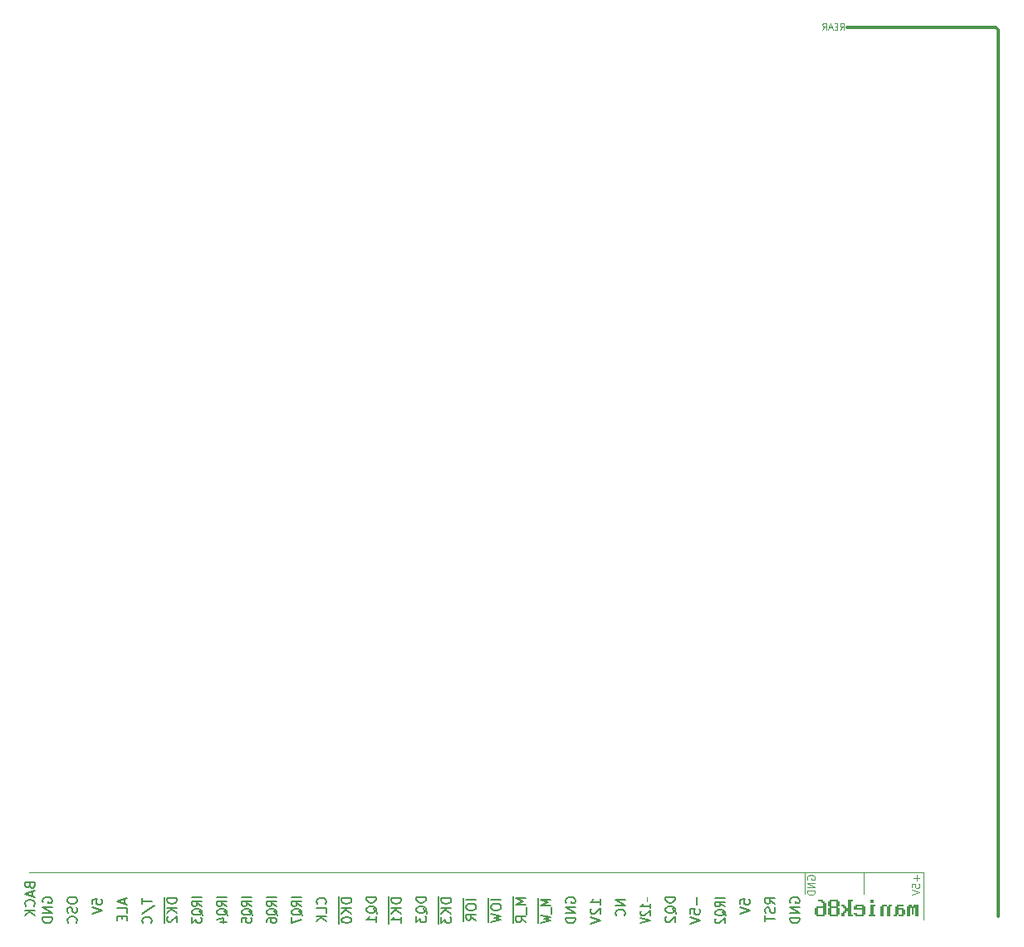
<source format=gbr>
%TF.GenerationSoftware,KiCad,Pcbnew,9.0.1+1*%
%TF.CreationDate,2025-06-01T22:03:51+02:00*%
%TF.ProjectId,isa_8bit_protoboard,6973615f-3862-4697-945f-70726f746f62,rev?*%
%TF.SameCoordinates,Original*%
%TF.FileFunction,Legend,Bot*%
%TF.FilePolarity,Positive*%
%FSLAX46Y46*%
G04 Gerber Fmt 4.6, Leading zero omitted, Abs format (unit mm)*
G04 Created by KiCad (PCBNEW 9.0.1+1) date 2025-06-01 22:03:51*
%MOMM*%
%LPD*%
G01*
G04 APERTURE LIST*
%ADD10C,0.120000*%
%ADD11C,0.150000*%
%ADD12C,0.110000*%
%ADD13C,0.300000*%
G04 APERTURE END LIST*
D10*
X176276000Y-129159000D02*
X97282000Y-129159000D01*
D11*
G36*
X187960000Y-133645000D02*
G01*
X187960000Y-132420854D01*
X187457226Y-132420854D01*
X187457226Y-132595732D01*
X187290243Y-132595732D01*
X187290243Y-132420854D01*
X186954452Y-132420854D01*
X186954452Y-132595732D01*
X186787469Y-132595732D01*
X186787469Y-133645000D01*
X187121434Y-133645000D01*
X187121434Y-132770610D01*
X187290243Y-132770610D01*
X187290243Y-133470122D01*
X187457226Y-133470122D01*
X187457226Y-132770610D01*
X187624208Y-132770610D01*
X187624208Y-133645000D01*
X187960000Y-133645000D01*
G37*
G36*
X186620767Y-133470122D02*
G01*
X186620767Y-132945488D01*
X186453784Y-132945488D01*
X186453784Y-132770610D01*
X185951010Y-132770610D01*
X185951010Y-132595732D01*
X186453784Y-132595732D01*
X186453784Y-132420854D01*
X185782202Y-132420854D01*
X185782202Y-132595732D01*
X185615219Y-132595732D01*
X185615219Y-133470122D01*
X185448237Y-133470122D01*
X185448237Y-133645000D01*
X185782202Y-133645000D01*
X185782202Y-133470122D01*
X185951010Y-133470122D01*
X185951010Y-132945488D01*
X186284976Y-132945488D01*
X186284976Y-133470122D01*
X185951010Y-133470122D01*
X185951010Y-133645000D01*
X186453784Y-133645000D01*
X186453784Y-133470122D01*
X186620767Y-133470122D01*
G37*
G36*
X185281535Y-132595732D02*
G01*
X185281535Y-132420854D01*
X184945744Y-132420854D01*
X184945744Y-132595732D01*
X184778761Y-132595732D01*
X184778761Y-133645000D01*
X185114552Y-133645000D01*
X185114552Y-132595732D01*
X185281535Y-132595732D01*
G37*
G36*
X184778761Y-132595732D02*
G01*
X184778761Y-132420854D01*
X184275987Y-132420854D01*
X184275987Y-132595732D01*
X184109004Y-132595732D01*
X184109004Y-133645000D01*
X184442970Y-133645000D01*
X184442970Y-132595732D01*
X184778761Y-132595732D01*
G37*
G36*
X183606511Y-133645000D02*
G01*
X183606511Y-133470122D01*
X183439528Y-133470122D01*
X183439528Y-132595732D01*
X183606511Y-132595732D01*
X183606511Y-132420854D01*
X183103737Y-132420854D01*
X183103737Y-133470122D01*
X182936755Y-133470122D01*
X182936755Y-133645000D01*
X183606511Y-133645000D01*
G37*
G36*
X183439528Y-131896221D02*
G01*
X183103737Y-131896221D01*
X183103737Y-132245976D01*
X183439528Y-132245976D01*
X183439528Y-131896221D01*
G37*
G36*
X182436087Y-132595732D02*
G01*
X182603070Y-132595732D01*
X182603070Y-133470122D01*
X182436087Y-133470122D01*
X182436087Y-133645000D01*
X181597522Y-133645000D01*
X181597522Y-133470122D01*
X181430539Y-133470122D01*
X181430539Y-133295244D01*
X181764505Y-133295244D01*
X181764505Y-133470122D01*
X182267279Y-133470122D01*
X182267279Y-132945488D01*
X181430539Y-132945488D01*
X181430539Y-132770610D01*
X181764505Y-132770610D01*
X182267279Y-132770610D01*
X182267279Y-132595732D01*
X181764505Y-132595732D01*
X181764505Y-132770610D01*
X181430539Y-132770610D01*
X181430539Y-132595732D01*
X181597522Y-132595732D01*
X181597522Y-132420854D01*
X182436087Y-132420854D01*
X182436087Y-132595732D01*
G37*
G36*
X181263838Y-133645000D02*
G01*
X181263838Y-133470122D01*
X181096855Y-133470122D01*
X181096855Y-132071099D01*
X181263838Y-132071099D01*
X181263838Y-131896221D01*
X180761064Y-131896221D01*
X180761064Y-132770610D01*
X180594081Y-132770610D01*
X180594081Y-132595732D01*
X180425273Y-132595732D01*
X180425273Y-132420854D01*
X180091307Y-132420854D01*
X180091307Y-132595732D01*
X180258290Y-132595732D01*
X180258290Y-132770610D01*
X180425273Y-132770610D01*
X180425273Y-133120366D01*
X180258290Y-133120366D01*
X180258290Y-133295244D01*
X180091307Y-133295244D01*
X180091307Y-133645000D01*
X180425273Y-133645000D01*
X180425273Y-133295244D01*
X180594081Y-133295244D01*
X180594081Y-133120366D01*
X180761064Y-133120366D01*
X180761064Y-133645000D01*
X181263838Y-133645000D01*
G37*
G36*
X179757622Y-132071099D02*
G01*
X179924605Y-132071099D01*
X179924605Y-132595732D01*
X179757622Y-132595732D01*
X179757622Y-132770610D01*
X179924605Y-132770610D01*
X179924605Y-133470122D01*
X179757622Y-133470122D01*
X179757622Y-133645000D01*
X178919057Y-133645000D01*
X178919057Y-133470122D01*
X179086040Y-133470122D01*
X179588814Y-133470122D01*
X179588814Y-132770610D01*
X179086040Y-132770610D01*
X179086040Y-133470122D01*
X178919057Y-133470122D01*
X178752075Y-133470122D01*
X178752075Y-132770610D01*
X178919057Y-132770610D01*
X178919057Y-132595732D01*
X179086040Y-132595732D01*
X179588814Y-132595732D01*
X179588814Y-132071099D01*
X179086040Y-132071099D01*
X179086040Y-132595732D01*
X178919057Y-132595732D01*
X178752075Y-132595732D01*
X178752075Y-132071099D01*
X178919057Y-132071099D01*
X178919057Y-131896221D01*
X179757622Y-131896221D01*
X179757622Y-132071099D01*
G37*
G36*
X178249582Y-132071099D02*
G01*
X178418390Y-132071099D01*
X178418390Y-132245976D01*
X178585373Y-132245976D01*
X178585373Y-133470122D01*
X178418390Y-133470122D01*
X178418390Y-133645000D01*
X177579825Y-133645000D01*
X177579825Y-133470122D01*
X177746808Y-133470122D01*
X178249582Y-133470122D01*
X178249582Y-132770610D01*
X177746808Y-132770610D01*
X177746808Y-133470122D01*
X177579825Y-133470122D01*
X177412842Y-133470122D01*
X177412842Y-132770610D01*
X177579825Y-132770610D01*
X177579825Y-132595732D01*
X178249582Y-132595732D01*
X178249582Y-132245976D01*
X178082599Y-132245976D01*
X178082599Y-132071099D01*
X177746808Y-132071099D01*
X177746808Y-131896221D01*
X178249582Y-131896221D01*
X178249582Y-132071099D01*
G37*
D10*
X188468000Y-129159000D02*
X176276000Y-129159000D01*
D12*
X187805613Y-129409939D02*
X187805613Y-129981368D01*
X188110375Y-129695653D02*
X187500851Y-129695653D01*
X187310375Y-130695653D02*
X187310375Y-130338510D01*
X187310375Y-130338510D02*
X187691327Y-130302796D01*
X187691327Y-130302796D02*
X187653232Y-130338510D01*
X187653232Y-130338510D02*
X187615137Y-130409939D01*
X187615137Y-130409939D02*
X187615137Y-130588510D01*
X187615137Y-130588510D02*
X187653232Y-130659939D01*
X187653232Y-130659939D02*
X187691327Y-130695653D01*
X187691327Y-130695653D02*
X187767518Y-130731367D01*
X187767518Y-130731367D02*
X187957994Y-130731367D01*
X187957994Y-130731367D02*
X188034184Y-130695653D01*
X188034184Y-130695653D02*
X188072280Y-130659939D01*
X188072280Y-130659939D02*
X188110375Y-130588510D01*
X188110375Y-130588510D02*
X188110375Y-130409939D01*
X188110375Y-130409939D02*
X188072280Y-130338510D01*
X188072280Y-130338510D02*
X188034184Y-130302796D01*
X187310375Y-130945653D02*
X188110375Y-131195653D01*
X188110375Y-131195653D02*
X187310375Y-131445653D01*
D13*
X195834000Y-42926000D02*
X196088000Y-43180000D01*
X196088000Y-133604000D02*
X196088000Y-43180000D01*
D10*
X176403000Y-129159000D02*
X176403000Y-129794000D01*
X176403000Y-131318000D02*
X176403000Y-129794000D01*
X182372000Y-131318000D02*
X182372000Y-129794000D01*
X182372000Y-129794000D02*
X182372000Y-129159000D01*
X188468000Y-133985000D02*
X188468000Y-129794000D01*
D13*
X180721000Y-42926000D02*
X195834000Y-42926000D01*
D10*
X188468000Y-129794000D02*
X188468000Y-129159000D01*
X160274000Y-132080000D02*
X160274000Y-131699000D01*
D11*
X160651819Y-132788207D02*
X160651819Y-132331064D01*
X160651819Y-132559636D02*
X159651819Y-132559636D01*
X159651819Y-132559636D02*
X159794676Y-132483445D01*
X159794676Y-132483445D02*
X159889914Y-132407255D01*
X159889914Y-132407255D02*
X159937533Y-132331064D01*
X159747057Y-133092969D02*
X159699438Y-133131065D01*
X159699438Y-133131065D02*
X159651819Y-133207255D01*
X159651819Y-133207255D02*
X159651819Y-133397731D01*
X159651819Y-133397731D02*
X159699438Y-133473922D01*
X159699438Y-133473922D02*
X159747057Y-133512017D01*
X159747057Y-133512017D02*
X159842295Y-133550112D01*
X159842295Y-133550112D02*
X159937533Y-133550112D01*
X159937533Y-133550112D02*
X160080390Y-133512017D01*
X160080390Y-133512017D02*
X160651819Y-133054874D01*
X160651819Y-133054874D02*
X160651819Y-133550112D01*
X159651819Y-133778684D02*
X160651819Y-134045351D01*
X160651819Y-134045351D02*
X159651819Y-134312017D01*
X168271819Y-131746064D02*
X167271819Y-131746064D01*
X168271819Y-132636541D02*
X167795628Y-132353207D01*
X168271819Y-132150826D02*
X167271819Y-132150826D01*
X167271819Y-132150826D02*
X167271819Y-132474636D01*
X167271819Y-132474636D02*
X167319438Y-132555588D01*
X167319438Y-132555588D02*
X167367057Y-132596065D01*
X167367057Y-132596065D02*
X167462295Y-132636541D01*
X167462295Y-132636541D02*
X167605152Y-132636541D01*
X167605152Y-132636541D02*
X167700390Y-132596065D01*
X167700390Y-132596065D02*
X167748009Y-132555588D01*
X167748009Y-132555588D02*
X167795628Y-132474636D01*
X167795628Y-132474636D02*
X167795628Y-132150826D01*
X168367057Y-133567493D02*
X168319438Y-133486541D01*
X168319438Y-133486541D02*
X168224200Y-133405588D01*
X168224200Y-133405588D02*
X168081342Y-133284160D01*
X168081342Y-133284160D02*
X168033723Y-133203207D01*
X168033723Y-133203207D02*
X168033723Y-133122255D01*
X168271819Y-133162731D02*
X168224200Y-133081779D01*
X168224200Y-133081779D02*
X168128961Y-133000826D01*
X168128961Y-133000826D02*
X167938485Y-132960350D01*
X167938485Y-132960350D02*
X167605152Y-132960350D01*
X167605152Y-132960350D02*
X167414676Y-133000826D01*
X167414676Y-133000826D02*
X167319438Y-133081779D01*
X167319438Y-133081779D02*
X167271819Y-133162731D01*
X167271819Y-133162731D02*
X167271819Y-133324636D01*
X167271819Y-133324636D02*
X167319438Y-133405588D01*
X167319438Y-133405588D02*
X167414676Y-133486541D01*
X167414676Y-133486541D02*
X167605152Y-133527017D01*
X167605152Y-133527017D02*
X167938485Y-133527017D01*
X167938485Y-133527017D02*
X168128961Y-133486541D01*
X168128961Y-133486541D02*
X168224200Y-133405588D01*
X168224200Y-133405588D02*
X168271819Y-133324636D01*
X168271819Y-133324636D02*
X168271819Y-133162731D01*
X167367057Y-133850826D02*
X167319438Y-133891302D01*
X167319438Y-133891302D02*
X167271819Y-133972255D01*
X167271819Y-133972255D02*
X167271819Y-134174636D01*
X167271819Y-134174636D02*
X167319438Y-134255588D01*
X167319438Y-134255588D02*
X167367057Y-134296064D01*
X167367057Y-134296064D02*
X167462295Y-134336541D01*
X167462295Y-134336541D02*
X167557533Y-134336541D01*
X167557533Y-134336541D02*
X167700390Y-134296064D01*
X167700390Y-134296064D02*
X168271819Y-133810350D01*
X168271819Y-133810350D02*
X168271819Y-134336541D01*
X117471819Y-131673230D02*
X116471819Y-131673230D01*
X117471819Y-132563707D02*
X116995628Y-132280373D01*
X117471819Y-132077992D02*
X116471819Y-132077992D01*
X116471819Y-132077992D02*
X116471819Y-132401802D01*
X116471819Y-132401802D02*
X116519438Y-132482754D01*
X116519438Y-132482754D02*
X116567057Y-132523231D01*
X116567057Y-132523231D02*
X116662295Y-132563707D01*
X116662295Y-132563707D02*
X116805152Y-132563707D01*
X116805152Y-132563707D02*
X116900390Y-132523231D01*
X116900390Y-132523231D02*
X116948009Y-132482754D01*
X116948009Y-132482754D02*
X116995628Y-132401802D01*
X116995628Y-132401802D02*
X116995628Y-132077992D01*
X117567057Y-133494659D02*
X117519438Y-133413707D01*
X117519438Y-133413707D02*
X117424200Y-133332754D01*
X117424200Y-133332754D02*
X117281342Y-133211326D01*
X117281342Y-133211326D02*
X117233723Y-133130373D01*
X117233723Y-133130373D02*
X117233723Y-133049421D01*
X117471819Y-133089897D02*
X117424200Y-133008945D01*
X117424200Y-133008945D02*
X117328961Y-132927992D01*
X117328961Y-132927992D02*
X117138485Y-132887516D01*
X117138485Y-132887516D02*
X116805152Y-132887516D01*
X116805152Y-132887516D02*
X116614676Y-132927992D01*
X116614676Y-132927992D02*
X116519438Y-133008945D01*
X116519438Y-133008945D02*
X116471819Y-133089897D01*
X116471819Y-133089897D02*
X116471819Y-133251802D01*
X116471819Y-133251802D02*
X116519438Y-133332754D01*
X116519438Y-133332754D02*
X116614676Y-133413707D01*
X116614676Y-133413707D02*
X116805152Y-133454183D01*
X116805152Y-133454183D02*
X117138485Y-133454183D01*
X117138485Y-133454183D02*
X117328961Y-133413707D01*
X117328961Y-133413707D02*
X117424200Y-133332754D01*
X117424200Y-133332754D02*
X117471819Y-133251802D01*
X117471819Y-133251802D02*
X117471819Y-133089897D01*
X116805152Y-134182754D02*
X117471819Y-134182754D01*
X116424200Y-133980373D02*
X117138485Y-133777992D01*
X117138485Y-133777992D02*
X117138485Y-134304183D01*
X147962927Y-131748753D02*
X146962927Y-131748753D01*
X146962927Y-131748753D02*
X147677212Y-132082086D01*
X147677212Y-132082086D02*
X146962927Y-132415419D01*
X146962927Y-132415419D02*
X147962927Y-132415419D01*
X148058165Y-132653515D02*
X148058165Y-133415419D01*
X147962927Y-134224943D02*
X147486736Y-133891610D01*
X147962927Y-133653515D02*
X146962927Y-133653515D01*
X146962927Y-133653515D02*
X146962927Y-134034467D01*
X146962927Y-134034467D02*
X147010546Y-134129705D01*
X147010546Y-134129705D02*
X147058165Y-134177324D01*
X147058165Y-134177324D02*
X147153403Y-134224943D01*
X147153403Y-134224943D02*
X147296260Y-134224943D01*
X147296260Y-134224943D02*
X147391498Y-134177324D01*
X147391498Y-134177324D02*
X147439117Y-134129705D01*
X147439117Y-134129705D02*
X147486736Y-134034467D01*
X147486736Y-134034467D02*
X147486736Y-133653515D01*
X146685308Y-131610658D02*
X146685308Y-134315420D01*
X132711819Y-131654779D02*
X131711819Y-131654779D01*
X131711819Y-131654779D02*
X131711819Y-131892874D01*
X131711819Y-131892874D02*
X131759438Y-132035731D01*
X131759438Y-132035731D02*
X131854676Y-132130969D01*
X131854676Y-132130969D02*
X131949914Y-132178588D01*
X131949914Y-132178588D02*
X132140390Y-132226207D01*
X132140390Y-132226207D02*
X132283247Y-132226207D01*
X132283247Y-132226207D02*
X132473723Y-132178588D01*
X132473723Y-132178588D02*
X132568961Y-132130969D01*
X132568961Y-132130969D02*
X132664200Y-132035731D01*
X132664200Y-132035731D02*
X132711819Y-131892874D01*
X132711819Y-131892874D02*
X132711819Y-131654779D01*
X132807057Y-133321445D02*
X132759438Y-133226207D01*
X132759438Y-133226207D02*
X132664200Y-133130969D01*
X132664200Y-133130969D02*
X132521342Y-132988112D01*
X132521342Y-132988112D02*
X132473723Y-132892874D01*
X132473723Y-132892874D02*
X132473723Y-132797636D01*
X132711819Y-132845255D02*
X132664200Y-132750017D01*
X132664200Y-132750017D02*
X132568961Y-132654779D01*
X132568961Y-132654779D02*
X132378485Y-132607160D01*
X132378485Y-132607160D02*
X132045152Y-132607160D01*
X132045152Y-132607160D02*
X131854676Y-132654779D01*
X131854676Y-132654779D02*
X131759438Y-132750017D01*
X131759438Y-132750017D02*
X131711819Y-132845255D01*
X131711819Y-132845255D02*
X131711819Y-133035731D01*
X131711819Y-133035731D02*
X131759438Y-133130969D01*
X131759438Y-133130969D02*
X131854676Y-133226207D01*
X131854676Y-133226207D02*
X132045152Y-133273826D01*
X132045152Y-133273826D02*
X132378485Y-133273826D01*
X132378485Y-133273826D02*
X132568961Y-133226207D01*
X132568961Y-133226207D02*
X132664200Y-133130969D01*
X132664200Y-133130969D02*
X132711819Y-133035731D01*
X132711819Y-133035731D02*
X132711819Y-132845255D01*
X132711819Y-134226207D02*
X132711819Y-133654779D01*
X132711819Y-133940493D02*
X131711819Y-133940493D01*
X131711819Y-133940493D02*
X131854676Y-133845255D01*
X131854676Y-133845255D02*
X131949914Y-133750017D01*
X131949914Y-133750017D02*
X131997533Y-133654779D01*
X174940013Y-132232013D02*
X174892394Y-132136775D01*
X174892394Y-132136775D02*
X174892394Y-131993918D01*
X174892394Y-131993918D02*
X174940013Y-131851061D01*
X174940013Y-131851061D02*
X175035251Y-131755823D01*
X175035251Y-131755823D02*
X175130489Y-131708204D01*
X175130489Y-131708204D02*
X175320965Y-131660585D01*
X175320965Y-131660585D02*
X175463822Y-131660585D01*
X175463822Y-131660585D02*
X175654298Y-131708204D01*
X175654298Y-131708204D02*
X175749536Y-131755823D01*
X175749536Y-131755823D02*
X175844775Y-131851061D01*
X175844775Y-131851061D02*
X175892394Y-131993918D01*
X175892394Y-131993918D02*
X175892394Y-132089156D01*
X175892394Y-132089156D02*
X175844775Y-132232013D01*
X175844775Y-132232013D02*
X175797155Y-132279632D01*
X175797155Y-132279632D02*
X175463822Y-132279632D01*
X175463822Y-132279632D02*
X175463822Y-132089156D01*
X175892394Y-132708204D02*
X174892394Y-132708204D01*
X174892394Y-132708204D02*
X175892394Y-133279632D01*
X175892394Y-133279632D02*
X174892394Y-133279632D01*
X175892394Y-133755823D02*
X174892394Y-133755823D01*
X174892394Y-133755823D02*
X174892394Y-133993918D01*
X174892394Y-133993918D02*
X174940013Y-134136775D01*
X174940013Y-134136775D02*
X175035251Y-134232013D01*
X175035251Y-134232013D02*
X175130489Y-134279632D01*
X175130489Y-134279632D02*
X175320965Y-134327251D01*
X175320965Y-134327251D02*
X175463822Y-134327251D01*
X175463822Y-134327251D02*
X175654298Y-134279632D01*
X175654298Y-134279632D02*
X175749536Y-134232013D01*
X175749536Y-134232013D02*
X175844775Y-134136775D01*
X175844775Y-134136775D02*
X175892394Y-133993918D01*
X175892394Y-133993918D02*
X175892394Y-133755823D01*
X140342333Y-131759862D02*
X139342333Y-131759862D01*
X139342333Y-131759862D02*
X139342333Y-131997957D01*
X139342333Y-131997957D02*
X139389952Y-132140814D01*
X139389952Y-132140814D02*
X139485190Y-132236052D01*
X139485190Y-132236052D02*
X139580428Y-132283671D01*
X139580428Y-132283671D02*
X139770904Y-132331290D01*
X139770904Y-132331290D02*
X139913761Y-132331290D01*
X139913761Y-132331290D02*
X140104237Y-132283671D01*
X140104237Y-132283671D02*
X140199475Y-132236052D01*
X140199475Y-132236052D02*
X140294714Y-132140814D01*
X140294714Y-132140814D02*
X140342333Y-131997957D01*
X140342333Y-131997957D02*
X140342333Y-131759862D01*
X140342333Y-132759862D02*
X139342333Y-132759862D01*
X140342333Y-133331290D02*
X139770904Y-132902719D01*
X139342333Y-133331290D02*
X139913761Y-132759862D01*
X139342333Y-133664624D02*
X139342333Y-134283671D01*
X139342333Y-134283671D02*
X139723285Y-133950338D01*
X139723285Y-133950338D02*
X139723285Y-134093195D01*
X139723285Y-134093195D02*
X139770904Y-134188433D01*
X139770904Y-134188433D02*
X139818523Y-134236052D01*
X139818523Y-134236052D02*
X139913761Y-134283671D01*
X139913761Y-134283671D02*
X140151856Y-134283671D01*
X140151856Y-134283671D02*
X140247094Y-134236052D01*
X140247094Y-134236052D02*
X140294714Y-134188433D01*
X140294714Y-134188433D02*
X140342333Y-134093195D01*
X140342333Y-134093195D02*
X140342333Y-133807481D01*
X140342333Y-133807481D02*
X140294714Y-133712243D01*
X140294714Y-133712243D02*
X140247094Y-133664624D01*
X139064714Y-131621767D02*
X139064714Y-134374148D01*
X155571819Y-132432588D02*
X155571819Y-131861160D01*
X155571819Y-132146874D02*
X154571819Y-132146874D01*
X154571819Y-132146874D02*
X154714676Y-132051636D01*
X154714676Y-132051636D02*
X154809914Y-131956398D01*
X154809914Y-131956398D02*
X154857533Y-131861160D01*
X154667057Y-132813541D02*
X154619438Y-132861160D01*
X154619438Y-132861160D02*
X154571819Y-132956398D01*
X154571819Y-132956398D02*
X154571819Y-133194493D01*
X154571819Y-133194493D02*
X154619438Y-133289731D01*
X154619438Y-133289731D02*
X154667057Y-133337350D01*
X154667057Y-133337350D02*
X154762295Y-133384969D01*
X154762295Y-133384969D02*
X154857533Y-133384969D01*
X154857533Y-133384969D02*
X155000390Y-133337350D01*
X155000390Y-133337350D02*
X155571819Y-132765922D01*
X155571819Y-132765922D02*
X155571819Y-133384969D01*
X154571819Y-133670684D02*
X155571819Y-134004017D01*
X155571819Y-134004017D02*
X154571819Y-134337350D01*
X152079438Y-132232013D02*
X152031819Y-132136775D01*
X152031819Y-132136775D02*
X152031819Y-131993918D01*
X152031819Y-131993918D02*
X152079438Y-131851061D01*
X152079438Y-131851061D02*
X152174676Y-131755823D01*
X152174676Y-131755823D02*
X152269914Y-131708204D01*
X152269914Y-131708204D02*
X152460390Y-131660585D01*
X152460390Y-131660585D02*
X152603247Y-131660585D01*
X152603247Y-131660585D02*
X152793723Y-131708204D01*
X152793723Y-131708204D02*
X152888961Y-131755823D01*
X152888961Y-131755823D02*
X152984200Y-131851061D01*
X152984200Y-131851061D02*
X153031819Y-131993918D01*
X153031819Y-131993918D02*
X153031819Y-132089156D01*
X153031819Y-132089156D02*
X152984200Y-132232013D01*
X152984200Y-132232013D02*
X152936580Y-132279632D01*
X152936580Y-132279632D02*
X152603247Y-132279632D01*
X152603247Y-132279632D02*
X152603247Y-132089156D01*
X153031819Y-132708204D02*
X152031819Y-132708204D01*
X152031819Y-132708204D02*
X153031819Y-133279632D01*
X153031819Y-133279632D02*
X152031819Y-133279632D01*
X153031819Y-133755823D02*
X152031819Y-133755823D01*
X152031819Y-133755823D02*
X152031819Y-133993918D01*
X152031819Y-133993918D02*
X152079438Y-134136775D01*
X152079438Y-134136775D02*
X152174676Y-134232013D01*
X152174676Y-134232013D02*
X152269914Y-134279632D01*
X152269914Y-134279632D02*
X152460390Y-134327251D01*
X152460390Y-134327251D02*
X152603247Y-134327251D01*
X152603247Y-134327251D02*
X152793723Y-134279632D01*
X152793723Y-134279632D02*
X152888961Y-134232013D01*
X152888961Y-134232013D02*
X152984200Y-134136775D01*
X152984200Y-134136775D02*
X153031819Y-133993918D01*
X153031819Y-133993918D02*
X153031819Y-133755823D01*
X127531898Y-132340779D02*
X127579518Y-132293160D01*
X127579518Y-132293160D02*
X127627137Y-132150303D01*
X127627137Y-132150303D02*
X127627137Y-132055065D01*
X127627137Y-132055065D02*
X127579518Y-131912208D01*
X127579518Y-131912208D02*
X127484279Y-131816970D01*
X127484279Y-131816970D02*
X127389041Y-131769351D01*
X127389041Y-131769351D02*
X127198565Y-131721732D01*
X127198565Y-131721732D02*
X127055708Y-131721732D01*
X127055708Y-131721732D02*
X126865232Y-131769351D01*
X126865232Y-131769351D02*
X126769994Y-131816970D01*
X126769994Y-131816970D02*
X126674756Y-131912208D01*
X126674756Y-131912208D02*
X126627137Y-132055065D01*
X126627137Y-132055065D02*
X126627137Y-132150303D01*
X126627137Y-132150303D02*
X126674756Y-132293160D01*
X126674756Y-132293160D02*
X126722375Y-132340779D01*
X127627137Y-133245541D02*
X127627137Y-132769351D01*
X127627137Y-132769351D02*
X126627137Y-132769351D01*
X127627137Y-133578875D02*
X126627137Y-133578875D01*
X127627137Y-134150303D02*
X127055708Y-133721732D01*
X126627137Y-134150303D02*
X127198565Y-133578875D01*
X150491819Y-131884969D02*
X149491819Y-131884969D01*
X149491819Y-131884969D02*
X150206104Y-132184969D01*
X150206104Y-132184969D02*
X149491819Y-132484969D01*
X149491819Y-132484969D02*
X150491819Y-132484969D01*
X150587057Y-132699255D02*
X150587057Y-133384969D01*
X149491819Y-133513540D02*
X150491819Y-133727826D01*
X150491819Y-133727826D02*
X149777533Y-133899254D01*
X149777533Y-133899254D02*
X150491819Y-134070683D01*
X150491819Y-134070683D02*
X149491819Y-134284969D01*
X149214200Y-131760684D02*
X149214200Y-134323540D01*
X158111819Y-131908779D02*
X157111819Y-131908779D01*
X157111819Y-131908779D02*
X158111819Y-132480207D01*
X158111819Y-132480207D02*
X157111819Y-132480207D01*
X158016580Y-133527826D02*
X158064200Y-133480207D01*
X158064200Y-133480207D02*
X158111819Y-133337350D01*
X158111819Y-133337350D02*
X158111819Y-133242112D01*
X158111819Y-133242112D02*
X158064200Y-133099255D01*
X158064200Y-133099255D02*
X157968961Y-133004017D01*
X157968961Y-133004017D02*
X157873723Y-132956398D01*
X157873723Y-132956398D02*
X157683247Y-132908779D01*
X157683247Y-132908779D02*
X157540390Y-132908779D01*
X157540390Y-132908779D02*
X157349914Y-132956398D01*
X157349914Y-132956398D02*
X157254676Y-133004017D01*
X157254676Y-133004017D02*
X157159438Y-133099255D01*
X157159438Y-133099255D02*
X157111819Y-133242112D01*
X157111819Y-133242112D02*
X157111819Y-133337350D01*
X157111819Y-133337350D02*
X157159438Y-133480207D01*
X157159438Y-133480207D02*
X157207057Y-133527826D01*
D12*
X180006724Y-43155736D02*
X180223391Y-42846212D01*
X180378153Y-43155736D02*
X180378153Y-42505736D01*
X180378153Y-42505736D02*
X180130534Y-42505736D01*
X180130534Y-42505736D02*
X180068629Y-42536688D01*
X180068629Y-42536688D02*
X180037676Y-42567641D01*
X180037676Y-42567641D02*
X180006724Y-42629545D01*
X180006724Y-42629545D02*
X180006724Y-42722403D01*
X180006724Y-42722403D02*
X180037676Y-42784307D01*
X180037676Y-42784307D02*
X180068629Y-42815260D01*
X180068629Y-42815260D02*
X180130534Y-42846212D01*
X180130534Y-42846212D02*
X180378153Y-42846212D01*
X179728153Y-42815260D02*
X179511486Y-42815260D01*
X179418629Y-43155736D02*
X179728153Y-43155736D01*
X179728153Y-43155736D02*
X179728153Y-42505736D01*
X179728153Y-42505736D02*
X179418629Y-42505736D01*
X179171010Y-42970022D02*
X178861486Y-42970022D01*
X179232915Y-43155736D02*
X179016248Y-42505736D01*
X179016248Y-42505736D02*
X178799581Y-43155736D01*
X178211486Y-43155736D02*
X178428153Y-42846212D01*
X178582915Y-43155736D02*
X178582915Y-42505736D01*
X178582915Y-42505736D02*
X178335296Y-42505736D01*
X178335296Y-42505736D02*
X178273391Y-42536688D01*
X178273391Y-42536688D02*
X178242438Y-42567641D01*
X178242438Y-42567641D02*
X178211486Y-42629545D01*
X178211486Y-42629545D02*
X178211486Y-42722403D01*
X178211486Y-42722403D02*
X178242438Y-42784307D01*
X178242438Y-42784307D02*
X178273391Y-42815260D01*
X178273391Y-42815260D02*
X178335296Y-42846212D01*
X178335296Y-42846212D02*
X178582915Y-42846212D01*
D11*
X135248916Y-131759862D02*
X134248916Y-131759862D01*
X134248916Y-131759862D02*
X134248916Y-131997957D01*
X134248916Y-131997957D02*
X134296535Y-132140814D01*
X134296535Y-132140814D02*
X134391773Y-132236052D01*
X134391773Y-132236052D02*
X134487011Y-132283671D01*
X134487011Y-132283671D02*
X134677487Y-132331290D01*
X134677487Y-132331290D02*
X134820344Y-132331290D01*
X134820344Y-132331290D02*
X135010820Y-132283671D01*
X135010820Y-132283671D02*
X135106058Y-132236052D01*
X135106058Y-132236052D02*
X135201297Y-132140814D01*
X135201297Y-132140814D02*
X135248916Y-131997957D01*
X135248916Y-131997957D02*
X135248916Y-131759862D01*
X135248916Y-132759862D02*
X134248916Y-132759862D01*
X135248916Y-133331290D02*
X134677487Y-132902719D01*
X134248916Y-133331290D02*
X134820344Y-132759862D01*
X135248916Y-134283671D02*
X135248916Y-133712243D01*
X135248916Y-133997957D02*
X134248916Y-133997957D01*
X134248916Y-133997957D02*
X134391773Y-133902719D01*
X134391773Y-133902719D02*
X134487011Y-133807481D01*
X134487011Y-133807481D02*
X134534630Y-133712243D01*
X133971297Y-131621767D02*
X133971297Y-134374148D01*
X169811819Y-132384969D02*
X169811819Y-131908779D01*
X169811819Y-131908779D02*
X170288009Y-131861160D01*
X170288009Y-131861160D02*
X170240390Y-131908779D01*
X170240390Y-131908779D02*
X170192771Y-132004017D01*
X170192771Y-132004017D02*
X170192771Y-132242112D01*
X170192771Y-132242112D02*
X170240390Y-132337350D01*
X170240390Y-132337350D02*
X170288009Y-132384969D01*
X170288009Y-132384969D02*
X170383247Y-132432588D01*
X170383247Y-132432588D02*
X170621342Y-132432588D01*
X170621342Y-132432588D02*
X170716580Y-132384969D01*
X170716580Y-132384969D02*
X170764200Y-132337350D01*
X170764200Y-132337350D02*
X170811819Y-132242112D01*
X170811819Y-132242112D02*
X170811819Y-132004017D01*
X170811819Y-132004017D02*
X170764200Y-131908779D01*
X170764200Y-131908779D02*
X170716580Y-131861160D01*
X169811819Y-132718303D02*
X170811819Y-133051636D01*
X170811819Y-133051636D02*
X169811819Y-133384969D01*
X173355872Y-132336143D02*
X172879681Y-132002810D01*
X173355872Y-131764715D02*
X172355872Y-131764715D01*
X172355872Y-131764715D02*
X172355872Y-132145667D01*
X172355872Y-132145667D02*
X172403491Y-132240905D01*
X172403491Y-132240905D02*
X172451110Y-132288524D01*
X172451110Y-132288524D02*
X172546348Y-132336143D01*
X172546348Y-132336143D02*
X172689205Y-132336143D01*
X172689205Y-132336143D02*
X172784443Y-132288524D01*
X172784443Y-132288524D02*
X172832062Y-132240905D01*
X172832062Y-132240905D02*
X172879681Y-132145667D01*
X172879681Y-132145667D02*
X172879681Y-131764715D01*
X173308253Y-132717096D02*
X173355872Y-132859953D01*
X173355872Y-132859953D02*
X173355872Y-133098048D01*
X173355872Y-133098048D02*
X173308253Y-133193286D01*
X173308253Y-133193286D02*
X173260633Y-133240905D01*
X173260633Y-133240905D02*
X173165395Y-133288524D01*
X173165395Y-133288524D02*
X173070157Y-133288524D01*
X173070157Y-133288524D02*
X172974919Y-133240905D01*
X172974919Y-133240905D02*
X172927300Y-133193286D01*
X172927300Y-133193286D02*
X172879681Y-133098048D01*
X172879681Y-133098048D02*
X172832062Y-132907572D01*
X172832062Y-132907572D02*
X172784443Y-132812334D01*
X172784443Y-132812334D02*
X172736824Y-132764715D01*
X172736824Y-132764715D02*
X172641586Y-132717096D01*
X172641586Y-132717096D02*
X172546348Y-132717096D01*
X172546348Y-132717096D02*
X172451110Y-132764715D01*
X172451110Y-132764715D02*
X172403491Y-132812334D01*
X172403491Y-132812334D02*
X172355872Y-132907572D01*
X172355872Y-132907572D02*
X172355872Y-133145667D01*
X172355872Y-133145667D02*
X172403491Y-133288524D01*
X172355872Y-133574239D02*
X172355872Y-134145667D01*
X173355872Y-133859953D02*
X172355872Y-133859953D01*
X125081934Y-131673230D02*
X124081934Y-131673230D01*
X125081934Y-132563707D02*
X124605743Y-132280373D01*
X125081934Y-132077992D02*
X124081934Y-132077992D01*
X124081934Y-132077992D02*
X124081934Y-132401802D01*
X124081934Y-132401802D02*
X124129553Y-132482754D01*
X124129553Y-132482754D02*
X124177172Y-132523231D01*
X124177172Y-132523231D02*
X124272410Y-132563707D01*
X124272410Y-132563707D02*
X124415267Y-132563707D01*
X124415267Y-132563707D02*
X124510505Y-132523231D01*
X124510505Y-132523231D02*
X124558124Y-132482754D01*
X124558124Y-132482754D02*
X124605743Y-132401802D01*
X124605743Y-132401802D02*
X124605743Y-132077992D01*
X125177172Y-133494659D02*
X125129553Y-133413707D01*
X125129553Y-133413707D02*
X125034315Y-133332754D01*
X125034315Y-133332754D02*
X124891457Y-133211326D01*
X124891457Y-133211326D02*
X124843838Y-133130373D01*
X124843838Y-133130373D02*
X124843838Y-133049421D01*
X125081934Y-133089897D02*
X125034315Y-133008945D01*
X125034315Y-133008945D02*
X124939076Y-132927992D01*
X124939076Y-132927992D02*
X124748600Y-132887516D01*
X124748600Y-132887516D02*
X124415267Y-132887516D01*
X124415267Y-132887516D02*
X124224791Y-132927992D01*
X124224791Y-132927992D02*
X124129553Y-133008945D01*
X124129553Y-133008945D02*
X124081934Y-133089897D01*
X124081934Y-133089897D02*
X124081934Y-133251802D01*
X124081934Y-133251802D02*
X124129553Y-133332754D01*
X124129553Y-133332754D02*
X124224791Y-133413707D01*
X124224791Y-133413707D02*
X124415267Y-133454183D01*
X124415267Y-133454183D02*
X124748600Y-133454183D01*
X124748600Y-133454183D02*
X124939076Y-133413707D01*
X124939076Y-133413707D02*
X125034315Y-133332754D01*
X125034315Y-133332754D02*
X125081934Y-133251802D01*
X125081934Y-133251802D02*
X125081934Y-133089897D01*
X124081934Y-133737516D02*
X124081934Y-134304183D01*
X124081934Y-134304183D02*
X125081934Y-133939897D01*
D12*
X176680469Y-129849437D02*
X176642374Y-129778009D01*
X176642374Y-129778009D02*
X176642374Y-129670866D01*
X176642374Y-129670866D02*
X176680469Y-129563723D01*
X176680469Y-129563723D02*
X176756659Y-129492294D01*
X176756659Y-129492294D02*
X176832850Y-129456580D01*
X176832850Y-129456580D02*
X176985231Y-129420866D01*
X176985231Y-129420866D02*
X177099517Y-129420866D01*
X177099517Y-129420866D02*
X177251898Y-129456580D01*
X177251898Y-129456580D02*
X177328088Y-129492294D01*
X177328088Y-129492294D02*
X177404279Y-129563723D01*
X177404279Y-129563723D02*
X177442374Y-129670866D01*
X177442374Y-129670866D02*
X177442374Y-129742294D01*
X177442374Y-129742294D02*
X177404279Y-129849437D01*
X177404279Y-129849437D02*
X177366183Y-129885151D01*
X177366183Y-129885151D02*
X177099517Y-129885151D01*
X177099517Y-129885151D02*
X177099517Y-129742294D01*
X177442374Y-130206580D02*
X176642374Y-130206580D01*
X176642374Y-130206580D02*
X177442374Y-130635151D01*
X177442374Y-130635151D02*
X176642374Y-130635151D01*
X177442374Y-130992294D02*
X176642374Y-130992294D01*
X176642374Y-130992294D02*
X176642374Y-131170865D01*
X176642374Y-131170865D02*
X176680469Y-131278008D01*
X176680469Y-131278008D02*
X176756659Y-131349437D01*
X176756659Y-131349437D02*
X176832850Y-131385151D01*
X176832850Y-131385151D02*
X176985231Y-131420865D01*
X176985231Y-131420865D02*
X177099517Y-131420865D01*
X177099517Y-131420865D02*
X177251898Y-131385151D01*
X177251898Y-131385151D02*
X177328088Y-131349437D01*
X177328088Y-131349437D02*
X177404279Y-131278008D01*
X177404279Y-131278008D02*
X177442374Y-131170865D01*
X177442374Y-131170865D02*
X177442374Y-130992294D01*
D11*
X145413544Y-131908779D02*
X144413544Y-131908779D01*
X144413544Y-132575445D02*
X144413544Y-132765921D01*
X144413544Y-132765921D02*
X144461163Y-132861159D01*
X144461163Y-132861159D02*
X144556401Y-132956397D01*
X144556401Y-132956397D02*
X144746877Y-133004016D01*
X144746877Y-133004016D02*
X145080210Y-133004016D01*
X145080210Y-133004016D02*
X145270686Y-132956397D01*
X145270686Y-132956397D02*
X145365925Y-132861159D01*
X145365925Y-132861159D02*
X145413544Y-132765921D01*
X145413544Y-132765921D02*
X145413544Y-132575445D01*
X145413544Y-132575445D02*
X145365925Y-132480207D01*
X145365925Y-132480207D02*
X145270686Y-132384969D01*
X145270686Y-132384969D02*
X145080210Y-132337350D01*
X145080210Y-132337350D02*
X144746877Y-132337350D01*
X144746877Y-132337350D02*
X144556401Y-132384969D01*
X144556401Y-132384969D02*
X144461163Y-132480207D01*
X144461163Y-132480207D02*
X144413544Y-132575445D01*
X144413544Y-133337350D02*
X145413544Y-133575445D01*
X145413544Y-133575445D02*
X144699258Y-133765921D01*
X144699258Y-133765921D02*
X145413544Y-133956397D01*
X145413544Y-133956397D02*
X144413544Y-134194493D01*
X144135925Y-131770684D02*
X144135925Y-134237350D01*
X98737713Y-132219122D02*
X98690094Y-132123884D01*
X98690094Y-132123884D02*
X98690094Y-131981027D01*
X98690094Y-131981027D02*
X98737713Y-131838170D01*
X98737713Y-131838170D02*
X98832951Y-131742932D01*
X98832951Y-131742932D02*
X98928189Y-131695313D01*
X98928189Y-131695313D02*
X99118665Y-131647694D01*
X99118665Y-131647694D02*
X99261522Y-131647694D01*
X99261522Y-131647694D02*
X99451998Y-131695313D01*
X99451998Y-131695313D02*
X99547236Y-131742932D01*
X99547236Y-131742932D02*
X99642475Y-131838170D01*
X99642475Y-131838170D02*
X99690094Y-131981027D01*
X99690094Y-131981027D02*
X99690094Y-132076265D01*
X99690094Y-132076265D02*
X99642475Y-132219122D01*
X99642475Y-132219122D02*
X99594855Y-132266741D01*
X99594855Y-132266741D02*
X99261522Y-132266741D01*
X99261522Y-132266741D02*
X99261522Y-132076265D01*
X99690094Y-132695313D02*
X98690094Y-132695313D01*
X98690094Y-132695313D02*
X99690094Y-133266741D01*
X99690094Y-133266741D02*
X98690094Y-133266741D01*
X99690094Y-133742932D02*
X98690094Y-133742932D01*
X98690094Y-133742932D02*
X98690094Y-133981027D01*
X98690094Y-133981027D02*
X98737713Y-134123884D01*
X98737713Y-134123884D02*
X98832951Y-134219122D01*
X98832951Y-134219122D02*
X98928189Y-134266741D01*
X98928189Y-134266741D02*
X99118665Y-134314360D01*
X99118665Y-134314360D02*
X99261522Y-134314360D01*
X99261522Y-134314360D02*
X99451998Y-134266741D01*
X99451998Y-134266741D02*
X99547236Y-134219122D01*
X99547236Y-134219122D02*
X99642475Y-134123884D01*
X99642475Y-134123884D02*
X99690094Y-133981027D01*
X99690094Y-133981027D02*
X99690094Y-133742932D01*
X101224611Y-131885789D02*
X101224611Y-132076265D01*
X101224611Y-132076265D02*
X101272230Y-132171503D01*
X101272230Y-132171503D02*
X101367468Y-132266741D01*
X101367468Y-132266741D02*
X101557944Y-132314360D01*
X101557944Y-132314360D02*
X101891277Y-132314360D01*
X101891277Y-132314360D02*
X102081753Y-132266741D01*
X102081753Y-132266741D02*
X102176992Y-132171503D01*
X102176992Y-132171503D02*
X102224611Y-132076265D01*
X102224611Y-132076265D02*
X102224611Y-131885789D01*
X102224611Y-131885789D02*
X102176992Y-131790551D01*
X102176992Y-131790551D02*
X102081753Y-131695313D01*
X102081753Y-131695313D02*
X101891277Y-131647694D01*
X101891277Y-131647694D02*
X101557944Y-131647694D01*
X101557944Y-131647694D02*
X101367468Y-131695313D01*
X101367468Y-131695313D02*
X101272230Y-131790551D01*
X101272230Y-131790551D02*
X101224611Y-131885789D01*
X102176992Y-132695313D02*
X102224611Y-132838170D01*
X102224611Y-132838170D02*
X102224611Y-133076265D01*
X102224611Y-133076265D02*
X102176992Y-133171503D01*
X102176992Y-133171503D02*
X102129372Y-133219122D01*
X102129372Y-133219122D02*
X102034134Y-133266741D01*
X102034134Y-133266741D02*
X101938896Y-133266741D01*
X101938896Y-133266741D02*
X101843658Y-133219122D01*
X101843658Y-133219122D02*
X101796039Y-133171503D01*
X101796039Y-133171503D02*
X101748420Y-133076265D01*
X101748420Y-133076265D02*
X101700801Y-132885789D01*
X101700801Y-132885789D02*
X101653182Y-132790551D01*
X101653182Y-132790551D02*
X101605563Y-132742932D01*
X101605563Y-132742932D02*
X101510325Y-132695313D01*
X101510325Y-132695313D02*
X101415087Y-132695313D01*
X101415087Y-132695313D02*
X101319849Y-132742932D01*
X101319849Y-132742932D02*
X101272230Y-132790551D01*
X101272230Y-132790551D02*
X101224611Y-132885789D01*
X101224611Y-132885789D02*
X101224611Y-133123884D01*
X101224611Y-133123884D02*
X101272230Y-133266741D01*
X102129372Y-134266741D02*
X102176992Y-134219122D01*
X102176992Y-134219122D02*
X102224611Y-134076265D01*
X102224611Y-134076265D02*
X102224611Y-133981027D01*
X102224611Y-133981027D02*
X102176992Y-133838170D01*
X102176992Y-133838170D02*
X102081753Y-133742932D01*
X102081753Y-133742932D02*
X101986515Y-133695313D01*
X101986515Y-133695313D02*
X101796039Y-133647694D01*
X101796039Y-133647694D02*
X101653182Y-133647694D01*
X101653182Y-133647694D02*
X101462706Y-133695313D01*
X101462706Y-133695313D02*
X101367468Y-133742932D01*
X101367468Y-133742932D02*
X101272230Y-133838170D01*
X101272230Y-133838170D02*
X101224611Y-133981027D01*
X101224611Y-133981027D02*
X101224611Y-134076265D01*
X101224611Y-134076265D02*
X101272230Y-134219122D01*
X101272230Y-134219122D02*
X101319849Y-134266741D01*
X142873544Y-131908779D02*
X141873544Y-131908779D01*
X141873544Y-132575445D02*
X141873544Y-132765921D01*
X141873544Y-132765921D02*
X141921163Y-132861159D01*
X141921163Y-132861159D02*
X142016401Y-132956397D01*
X142016401Y-132956397D02*
X142206877Y-133004016D01*
X142206877Y-133004016D02*
X142540210Y-133004016D01*
X142540210Y-133004016D02*
X142730686Y-132956397D01*
X142730686Y-132956397D02*
X142825925Y-132861159D01*
X142825925Y-132861159D02*
X142873544Y-132765921D01*
X142873544Y-132765921D02*
X142873544Y-132575445D01*
X142873544Y-132575445D02*
X142825925Y-132480207D01*
X142825925Y-132480207D02*
X142730686Y-132384969D01*
X142730686Y-132384969D02*
X142540210Y-132337350D01*
X142540210Y-132337350D02*
X142206877Y-132337350D01*
X142206877Y-132337350D02*
X142016401Y-132384969D01*
X142016401Y-132384969D02*
X141921163Y-132480207D01*
X141921163Y-132480207D02*
X141873544Y-132575445D01*
X142873544Y-134004016D02*
X142397353Y-133670683D01*
X142873544Y-133432588D02*
X141873544Y-133432588D01*
X141873544Y-133432588D02*
X141873544Y-133813540D01*
X141873544Y-133813540D02*
X141921163Y-133908778D01*
X141921163Y-133908778D02*
X141968782Y-133956397D01*
X141968782Y-133956397D02*
X142064020Y-134004016D01*
X142064020Y-134004016D02*
X142206877Y-134004016D01*
X142206877Y-134004016D02*
X142302115Y-133956397D01*
X142302115Y-133956397D02*
X142349734Y-133908778D01*
X142349734Y-133908778D02*
X142397353Y-133813540D01*
X142397353Y-133813540D02*
X142397353Y-133432588D01*
X141595925Y-131770684D02*
X141595925Y-134094493D01*
X120011819Y-131673230D02*
X119011819Y-131673230D01*
X120011819Y-132563707D02*
X119535628Y-132280373D01*
X120011819Y-132077992D02*
X119011819Y-132077992D01*
X119011819Y-132077992D02*
X119011819Y-132401802D01*
X119011819Y-132401802D02*
X119059438Y-132482754D01*
X119059438Y-132482754D02*
X119107057Y-132523231D01*
X119107057Y-132523231D02*
X119202295Y-132563707D01*
X119202295Y-132563707D02*
X119345152Y-132563707D01*
X119345152Y-132563707D02*
X119440390Y-132523231D01*
X119440390Y-132523231D02*
X119488009Y-132482754D01*
X119488009Y-132482754D02*
X119535628Y-132401802D01*
X119535628Y-132401802D02*
X119535628Y-132077992D01*
X120107057Y-133494659D02*
X120059438Y-133413707D01*
X120059438Y-133413707D02*
X119964200Y-133332754D01*
X119964200Y-133332754D02*
X119821342Y-133211326D01*
X119821342Y-133211326D02*
X119773723Y-133130373D01*
X119773723Y-133130373D02*
X119773723Y-133049421D01*
X120011819Y-133089897D02*
X119964200Y-133008945D01*
X119964200Y-133008945D02*
X119868961Y-132927992D01*
X119868961Y-132927992D02*
X119678485Y-132887516D01*
X119678485Y-132887516D02*
X119345152Y-132887516D01*
X119345152Y-132887516D02*
X119154676Y-132927992D01*
X119154676Y-132927992D02*
X119059438Y-133008945D01*
X119059438Y-133008945D02*
X119011819Y-133089897D01*
X119011819Y-133089897D02*
X119011819Y-133251802D01*
X119011819Y-133251802D02*
X119059438Y-133332754D01*
X119059438Y-133332754D02*
X119154676Y-133413707D01*
X119154676Y-133413707D02*
X119345152Y-133454183D01*
X119345152Y-133454183D02*
X119678485Y-133454183D01*
X119678485Y-133454183D02*
X119868961Y-133413707D01*
X119868961Y-133413707D02*
X119964200Y-133332754D01*
X119964200Y-133332754D02*
X120011819Y-133251802D01*
X120011819Y-133251802D02*
X120011819Y-133089897D01*
X119011819Y-134223230D02*
X119011819Y-133818468D01*
X119011819Y-133818468D02*
X119488009Y-133777992D01*
X119488009Y-133777992D02*
X119440390Y-133818468D01*
X119440390Y-133818468D02*
X119392771Y-133899421D01*
X119392771Y-133899421D02*
X119392771Y-134101802D01*
X119392771Y-134101802D02*
X119440390Y-134182754D01*
X119440390Y-134182754D02*
X119488009Y-134223230D01*
X119488009Y-134223230D02*
X119583247Y-134263707D01*
X119583247Y-134263707D02*
X119821342Y-134263707D01*
X119821342Y-134263707D02*
X119916580Y-134223230D01*
X119916580Y-134223230D02*
X119964200Y-134182754D01*
X119964200Y-134182754D02*
X120011819Y-134101802D01*
X120011819Y-134101802D02*
X120011819Y-133899421D01*
X120011819Y-133899421D02*
X119964200Y-133818468D01*
X119964200Y-133818468D02*
X119916580Y-133777992D01*
X108851819Y-131765922D02*
X108851819Y-132337350D01*
X109851819Y-132051636D02*
X108851819Y-132051636D01*
X108804200Y-133384969D02*
X110089914Y-132527827D01*
X109756580Y-134289731D02*
X109804200Y-134242112D01*
X109804200Y-134242112D02*
X109851819Y-134099255D01*
X109851819Y-134099255D02*
X109851819Y-134004017D01*
X109851819Y-134004017D02*
X109804200Y-133861160D01*
X109804200Y-133861160D02*
X109708961Y-133765922D01*
X109708961Y-133765922D02*
X109613723Y-133718303D01*
X109613723Y-133718303D02*
X109423247Y-133670684D01*
X109423247Y-133670684D02*
X109280390Y-133670684D01*
X109280390Y-133670684D02*
X109089914Y-133718303D01*
X109089914Y-133718303D02*
X108994676Y-133765922D01*
X108994676Y-133765922D02*
X108899438Y-133861160D01*
X108899438Y-133861160D02*
X108851819Y-134004017D01*
X108851819Y-134004017D02*
X108851819Y-134099255D01*
X108851819Y-134099255D02*
X108899438Y-134242112D01*
X108899438Y-134242112D02*
X108947057Y-134289731D01*
X165350866Y-131654779D02*
X165350866Y-132416684D01*
X164731819Y-133369064D02*
X164731819Y-132892874D01*
X164731819Y-132892874D02*
X165208009Y-132845255D01*
X165208009Y-132845255D02*
X165160390Y-132892874D01*
X165160390Y-132892874D02*
X165112771Y-132988112D01*
X165112771Y-132988112D02*
X165112771Y-133226207D01*
X165112771Y-133226207D02*
X165160390Y-133321445D01*
X165160390Y-133321445D02*
X165208009Y-133369064D01*
X165208009Y-133369064D02*
X165303247Y-133416683D01*
X165303247Y-133416683D02*
X165541342Y-133416683D01*
X165541342Y-133416683D02*
X165636580Y-133369064D01*
X165636580Y-133369064D02*
X165684200Y-133321445D01*
X165684200Y-133321445D02*
X165731819Y-133226207D01*
X165731819Y-133226207D02*
X165731819Y-132988112D01*
X165731819Y-132988112D02*
X165684200Y-132892874D01*
X165684200Y-132892874D02*
X165636580Y-132845255D01*
X164731819Y-133702398D02*
X165731819Y-134035731D01*
X165731819Y-134035731D02*
X164731819Y-134369064D01*
X97390009Y-130464112D02*
X97437628Y-130606969D01*
X97437628Y-130606969D02*
X97485247Y-130654588D01*
X97485247Y-130654588D02*
X97580485Y-130702207D01*
X97580485Y-130702207D02*
X97723342Y-130702207D01*
X97723342Y-130702207D02*
X97818580Y-130654588D01*
X97818580Y-130654588D02*
X97866200Y-130606969D01*
X97866200Y-130606969D02*
X97913819Y-130511731D01*
X97913819Y-130511731D02*
X97913819Y-130130779D01*
X97913819Y-130130779D02*
X96913819Y-130130779D01*
X96913819Y-130130779D02*
X96913819Y-130464112D01*
X96913819Y-130464112D02*
X96961438Y-130559350D01*
X96961438Y-130559350D02*
X97009057Y-130606969D01*
X97009057Y-130606969D02*
X97104295Y-130654588D01*
X97104295Y-130654588D02*
X97199533Y-130654588D01*
X97199533Y-130654588D02*
X97294771Y-130606969D01*
X97294771Y-130606969D02*
X97342390Y-130559350D01*
X97342390Y-130559350D02*
X97390009Y-130464112D01*
X97390009Y-130464112D02*
X97390009Y-130130779D01*
X97628104Y-131083160D02*
X97628104Y-131559350D01*
X97913819Y-130987922D02*
X96913819Y-131321255D01*
X96913819Y-131321255D02*
X97913819Y-131654588D01*
X97818580Y-132559350D02*
X97866200Y-132511731D01*
X97866200Y-132511731D02*
X97913819Y-132368874D01*
X97913819Y-132368874D02*
X97913819Y-132273636D01*
X97913819Y-132273636D02*
X97866200Y-132130779D01*
X97866200Y-132130779D02*
X97770961Y-132035541D01*
X97770961Y-132035541D02*
X97675723Y-131987922D01*
X97675723Y-131987922D02*
X97485247Y-131940303D01*
X97485247Y-131940303D02*
X97342390Y-131940303D01*
X97342390Y-131940303D02*
X97151914Y-131987922D01*
X97151914Y-131987922D02*
X97056676Y-132035541D01*
X97056676Y-132035541D02*
X96961438Y-132130779D01*
X96961438Y-132130779D02*
X96913819Y-132273636D01*
X96913819Y-132273636D02*
X96913819Y-132368874D01*
X96913819Y-132368874D02*
X96961438Y-132511731D01*
X96961438Y-132511731D02*
X97009057Y-132559350D01*
X97913819Y-132987922D02*
X96913819Y-132987922D01*
X97913819Y-133559350D02*
X97342390Y-133130779D01*
X96913819Y-133559350D02*
X97485247Y-132987922D01*
X114931819Y-131673230D02*
X113931819Y-131673230D01*
X114931819Y-132563707D02*
X114455628Y-132280373D01*
X114931819Y-132077992D02*
X113931819Y-132077992D01*
X113931819Y-132077992D02*
X113931819Y-132401802D01*
X113931819Y-132401802D02*
X113979438Y-132482754D01*
X113979438Y-132482754D02*
X114027057Y-132523231D01*
X114027057Y-132523231D02*
X114122295Y-132563707D01*
X114122295Y-132563707D02*
X114265152Y-132563707D01*
X114265152Y-132563707D02*
X114360390Y-132523231D01*
X114360390Y-132523231D02*
X114408009Y-132482754D01*
X114408009Y-132482754D02*
X114455628Y-132401802D01*
X114455628Y-132401802D02*
X114455628Y-132077992D01*
X115027057Y-133494659D02*
X114979438Y-133413707D01*
X114979438Y-133413707D02*
X114884200Y-133332754D01*
X114884200Y-133332754D02*
X114741342Y-133211326D01*
X114741342Y-133211326D02*
X114693723Y-133130373D01*
X114693723Y-133130373D02*
X114693723Y-133049421D01*
X114931819Y-133089897D02*
X114884200Y-133008945D01*
X114884200Y-133008945D02*
X114788961Y-132927992D01*
X114788961Y-132927992D02*
X114598485Y-132887516D01*
X114598485Y-132887516D02*
X114265152Y-132887516D01*
X114265152Y-132887516D02*
X114074676Y-132927992D01*
X114074676Y-132927992D02*
X113979438Y-133008945D01*
X113979438Y-133008945D02*
X113931819Y-133089897D01*
X113931819Y-133089897D02*
X113931819Y-133251802D01*
X113931819Y-133251802D02*
X113979438Y-133332754D01*
X113979438Y-133332754D02*
X114074676Y-133413707D01*
X114074676Y-133413707D02*
X114265152Y-133454183D01*
X114265152Y-133454183D02*
X114598485Y-133454183D01*
X114598485Y-133454183D02*
X114788961Y-133413707D01*
X114788961Y-133413707D02*
X114884200Y-133332754D01*
X114884200Y-133332754D02*
X114931819Y-133251802D01*
X114931819Y-133251802D02*
X114931819Y-133089897D01*
X113931819Y-133737516D02*
X113931819Y-134263707D01*
X113931819Y-134263707D02*
X114312771Y-133980373D01*
X114312771Y-133980373D02*
X114312771Y-134101802D01*
X114312771Y-134101802D02*
X114360390Y-134182754D01*
X114360390Y-134182754D02*
X114408009Y-134223230D01*
X114408009Y-134223230D02*
X114503247Y-134263707D01*
X114503247Y-134263707D02*
X114741342Y-134263707D01*
X114741342Y-134263707D02*
X114836580Y-134223230D01*
X114836580Y-134223230D02*
X114884200Y-134182754D01*
X114884200Y-134182754D02*
X114931819Y-134101802D01*
X114931819Y-134101802D02*
X114931819Y-133858945D01*
X114931819Y-133858945D02*
X114884200Y-133777992D01*
X114884200Y-133777992D02*
X114836580Y-133737516D01*
X107026104Y-131861160D02*
X107026104Y-132337350D01*
X107311819Y-131765922D02*
X106311819Y-132099255D01*
X106311819Y-132099255D02*
X107311819Y-132432588D01*
X107311819Y-133242112D02*
X107311819Y-132765922D01*
X107311819Y-132765922D02*
X106311819Y-132765922D01*
X106788009Y-133575446D02*
X106788009Y-133908779D01*
X107311819Y-134051636D02*
X107311819Y-133575446D01*
X107311819Y-133575446D02*
X106311819Y-133575446D01*
X106311819Y-133575446D02*
X106311819Y-134051636D01*
X112391819Y-131772255D02*
X111391819Y-131772255D01*
X111391819Y-131772255D02*
X111391819Y-132000826D01*
X111391819Y-132000826D02*
X111439438Y-132137969D01*
X111439438Y-132137969D02*
X111534676Y-132229398D01*
X111534676Y-132229398D02*
X111629914Y-132275112D01*
X111629914Y-132275112D02*
X111820390Y-132320826D01*
X111820390Y-132320826D02*
X111963247Y-132320826D01*
X111963247Y-132320826D02*
X112153723Y-132275112D01*
X112153723Y-132275112D02*
X112248961Y-132229398D01*
X112248961Y-132229398D02*
X112344200Y-132137969D01*
X112344200Y-132137969D02*
X112391819Y-132000826D01*
X112391819Y-132000826D02*
X112391819Y-131772255D01*
X112391819Y-132732255D02*
X111391819Y-132732255D01*
X112391819Y-133280826D02*
X111820390Y-132869398D01*
X111391819Y-133280826D02*
X111963247Y-132732255D01*
X111487057Y-133646541D02*
X111439438Y-133692255D01*
X111439438Y-133692255D02*
X111391819Y-133783684D01*
X111391819Y-133783684D02*
X111391819Y-134012255D01*
X111391819Y-134012255D02*
X111439438Y-134103684D01*
X111439438Y-134103684D02*
X111487057Y-134149398D01*
X111487057Y-134149398D02*
X111582295Y-134195112D01*
X111582295Y-134195112D02*
X111677533Y-134195112D01*
X111677533Y-134195112D02*
X111820390Y-134149398D01*
X111820390Y-134149398D02*
X112391819Y-133600826D01*
X112391819Y-133600826D02*
X112391819Y-134195112D01*
X111114200Y-131639684D02*
X111114200Y-134281970D01*
X130173544Y-131759862D02*
X129173544Y-131759862D01*
X129173544Y-131759862D02*
X129173544Y-131997957D01*
X129173544Y-131997957D02*
X129221163Y-132140814D01*
X129221163Y-132140814D02*
X129316401Y-132236052D01*
X129316401Y-132236052D02*
X129411639Y-132283671D01*
X129411639Y-132283671D02*
X129602115Y-132331290D01*
X129602115Y-132331290D02*
X129744972Y-132331290D01*
X129744972Y-132331290D02*
X129935448Y-132283671D01*
X129935448Y-132283671D02*
X130030686Y-132236052D01*
X130030686Y-132236052D02*
X130125925Y-132140814D01*
X130125925Y-132140814D02*
X130173544Y-131997957D01*
X130173544Y-131997957D02*
X130173544Y-131759862D01*
X130173544Y-132759862D02*
X129173544Y-132759862D01*
X130173544Y-133331290D02*
X129602115Y-132902719D01*
X129173544Y-133331290D02*
X129744972Y-132759862D01*
X129173544Y-133950338D02*
X129173544Y-134045576D01*
X129173544Y-134045576D02*
X129221163Y-134140814D01*
X129221163Y-134140814D02*
X129268782Y-134188433D01*
X129268782Y-134188433D02*
X129364020Y-134236052D01*
X129364020Y-134236052D02*
X129554496Y-134283671D01*
X129554496Y-134283671D02*
X129792591Y-134283671D01*
X129792591Y-134283671D02*
X129983067Y-134236052D01*
X129983067Y-134236052D02*
X130078305Y-134188433D01*
X130078305Y-134188433D02*
X130125925Y-134140814D01*
X130125925Y-134140814D02*
X130173544Y-134045576D01*
X130173544Y-134045576D02*
X130173544Y-133950338D01*
X130173544Y-133950338D02*
X130125925Y-133855100D01*
X130125925Y-133855100D02*
X130078305Y-133807481D01*
X130078305Y-133807481D02*
X129983067Y-133759862D01*
X129983067Y-133759862D02*
X129792591Y-133712243D01*
X129792591Y-133712243D02*
X129554496Y-133712243D01*
X129554496Y-133712243D02*
X129364020Y-133759862D01*
X129364020Y-133759862D02*
X129268782Y-133807481D01*
X129268782Y-133807481D02*
X129221163Y-133855100D01*
X129221163Y-133855100D02*
X129173544Y-133950338D01*
X128895925Y-131621767D02*
X128895925Y-134374148D01*
X163191819Y-131654779D02*
X162191819Y-131654779D01*
X162191819Y-131654779D02*
X162191819Y-131892874D01*
X162191819Y-131892874D02*
X162239438Y-132035731D01*
X162239438Y-132035731D02*
X162334676Y-132130969D01*
X162334676Y-132130969D02*
X162429914Y-132178588D01*
X162429914Y-132178588D02*
X162620390Y-132226207D01*
X162620390Y-132226207D02*
X162763247Y-132226207D01*
X162763247Y-132226207D02*
X162953723Y-132178588D01*
X162953723Y-132178588D02*
X163048961Y-132130969D01*
X163048961Y-132130969D02*
X163144200Y-132035731D01*
X163144200Y-132035731D02*
X163191819Y-131892874D01*
X163191819Y-131892874D02*
X163191819Y-131654779D01*
X163287057Y-133321445D02*
X163239438Y-133226207D01*
X163239438Y-133226207D02*
X163144200Y-133130969D01*
X163144200Y-133130969D02*
X163001342Y-132988112D01*
X163001342Y-132988112D02*
X162953723Y-132892874D01*
X162953723Y-132892874D02*
X162953723Y-132797636D01*
X163191819Y-132845255D02*
X163144200Y-132750017D01*
X163144200Y-132750017D02*
X163048961Y-132654779D01*
X163048961Y-132654779D02*
X162858485Y-132607160D01*
X162858485Y-132607160D02*
X162525152Y-132607160D01*
X162525152Y-132607160D02*
X162334676Y-132654779D01*
X162334676Y-132654779D02*
X162239438Y-132750017D01*
X162239438Y-132750017D02*
X162191819Y-132845255D01*
X162191819Y-132845255D02*
X162191819Y-133035731D01*
X162191819Y-133035731D02*
X162239438Y-133130969D01*
X162239438Y-133130969D02*
X162334676Y-133226207D01*
X162334676Y-133226207D02*
X162525152Y-133273826D01*
X162525152Y-133273826D02*
X162858485Y-133273826D01*
X162858485Y-133273826D02*
X163048961Y-133226207D01*
X163048961Y-133226207D02*
X163144200Y-133130969D01*
X163144200Y-133130969D02*
X163191819Y-133035731D01*
X163191819Y-133035731D02*
X163191819Y-132845255D01*
X162287057Y-133654779D02*
X162239438Y-133702398D01*
X162239438Y-133702398D02*
X162191819Y-133797636D01*
X162191819Y-133797636D02*
X162191819Y-134035731D01*
X162191819Y-134035731D02*
X162239438Y-134130969D01*
X162239438Y-134130969D02*
X162287057Y-134178588D01*
X162287057Y-134178588D02*
X162382295Y-134226207D01*
X162382295Y-134226207D02*
X162477533Y-134226207D01*
X162477533Y-134226207D02*
X162620390Y-134178588D01*
X162620390Y-134178588D02*
X163191819Y-133607160D01*
X163191819Y-133607160D02*
X163191819Y-134226207D01*
X122551819Y-131673230D02*
X121551819Y-131673230D01*
X122551819Y-132563707D02*
X122075628Y-132280373D01*
X122551819Y-132077992D02*
X121551819Y-132077992D01*
X121551819Y-132077992D02*
X121551819Y-132401802D01*
X121551819Y-132401802D02*
X121599438Y-132482754D01*
X121599438Y-132482754D02*
X121647057Y-132523231D01*
X121647057Y-132523231D02*
X121742295Y-132563707D01*
X121742295Y-132563707D02*
X121885152Y-132563707D01*
X121885152Y-132563707D02*
X121980390Y-132523231D01*
X121980390Y-132523231D02*
X122028009Y-132482754D01*
X122028009Y-132482754D02*
X122075628Y-132401802D01*
X122075628Y-132401802D02*
X122075628Y-132077992D01*
X122647057Y-133494659D02*
X122599438Y-133413707D01*
X122599438Y-133413707D02*
X122504200Y-133332754D01*
X122504200Y-133332754D02*
X122361342Y-133211326D01*
X122361342Y-133211326D02*
X122313723Y-133130373D01*
X122313723Y-133130373D02*
X122313723Y-133049421D01*
X122551819Y-133089897D02*
X122504200Y-133008945D01*
X122504200Y-133008945D02*
X122408961Y-132927992D01*
X122408961Y-132927992D02*
X122218485Y-132887516D01*
X122218485Y-132887516D02*
X121885152Y-132887516D01*
X121885152Y-132887516D02*
X121694676Y-132927992D01*
X121694676Y-132927992D02*
X121599438Y-133008945D01*
X121599438Y-133008945D02*
X121551819Y-133089897D01*
X121551819Y-133089897D02*
X121551819Y-133251802D01*
X121551819Y-133251802D02*
X121599438Y-133332754D01*
X121599438Y-133332754D02*
X121694676Y-133413707D01*
X121694676Y-133413707D02*
X121885152Y-133454183D01*
X121885152Y-133454183D02*
X122218485Y-133454183D01*
X122218485Y-133454183D02*
X122408961Y-133413707D01*
X122408961Y-133413707D02*
X122504200Y-133332754D01*
X122504200Y-133332754D02*
X122551819Y-133251802D01*
X122551819Y-133251802D02*
X122551819Y-133089897D01*
X121551819Y-134182754D02*
X121551819Y-134020849D01*
X121551819Y-134020849D02*
X121599438Y-133939897D01*
X121599438Y-133939897D02*
X121647057Y-133899421D01*
X121647057Y-133899421D02*
X121789914Y-133818468D01*
X121789914Y-133818468D02*
X121980390Y-133777992D01*
X121980390Y-133777992D02*
X122361342Y-133777992D01*
X122361342Y-133777992D02*
X122456580Y-133818468D01*
X122456580Y-133818468D02*
X122504200Y-133858945D01*
X122504200Y-133858945D02*
X122551819Y-133939897D01*
X122551819Y-133939897D02*
X122551819Y-134101802D01*
X122551819Y-134101802D02*
X122504200Y-134182754D01*
X122504200Y-134182754D02*
X122456580Y-134223230D01*
X122456580Y-134223230D02*
X122361342Y-134263707D01*
X122361342Y-134263707D02*
X122123247Y-134263707D01*
X122123247Y-134263707D02*
X122028009Y-134223230D01*
X122028009Y-134223230D02*
X121980390Y-134182754D01*
X121980390Y-134182754D02*
X121932771Y-134101802D01*
X121932771Y-134101802D02*
X121932771Y-133939897D01*
X121932771Y-133939897D02*
X121980390Y-133858945D01*
X121980390Y-133858945D02*
X122028009Y-133818468D01*
X122028009Y-133818468D02*
X122123247Y-133777992D01*
X137793544Y-131654779D02*
X136793544Y-131654779D01*
X136793544Y-131654779D02*
X136793544Y-131892874D01*
X136793544Y-131892874D02*
X136841163Y-132035731D01*
X136841163Y-132035731D02*
X136936401Y-132130969D01*
X136936401Y-132130969D02*
X137031639Y-132178588D01*
X137031639Y-132178588D02*
X137222115Y-132226207D01*
X137222115Y-132226207D02*
X137364972Y-132226207D01*
X137364972Y-132226207D02*
X137555448Y-132178588D01*
X137555448Y-132178588D02*
X137650686Y-132130969D01*
X137650686Y-132130969D02*
X137745925Y-132035731D01*
X137745925Y-132035731D02*
X137793544Y-131892874D01*
X137793544Y-131892874D02*
X137793544Y-131654779D01*
X137888782Y-133321445D02*
X137841163Y-133226207D01*
X137841163Y-133226207D02*
X137745925Y-133130969D01*
X137745925Y-133130969D02*
X137603067Y-132988112D01*
X137603067Y-132988112D02*
X137555448Y-132892874D01*
X137555448Y-132892874D02*
X137555448Y-132797636D01*
X137793544Y-132845255D02*
X137745925Y-132750017D01*
X137745925Y-132750017D02*
X137650686Y-132654779D01*
X137650686Y-132654779D02*
X137460210Y-132607160D01*
X137460210Y-132607160D02*
X137126877Y-132607160D01*
X137126877Y-132607160D02*
X136936401Y-132654779D01*
X136936401Y-132654779D02*
X136841163Y-132750017D01*
X136841163Y-132750017D02*
X136793544Y-132845255D01*
X136793544Y-132845255D02*
X136793544Y-133035731D01*
X136793544Y-133035731D02*
X136841163Y-133130969D01*
X136841163Y-133130969D02*
X136936401Y-133226207D01*
X136936401Y-133226207D02*
X137126877Y-133273826D01*
X137126877Y-133273826D02*
X137460210Y-133273826D01*
X137460210Y-133273826D02*
X137650686Y-133226207D01*
X137650686Y-133226207D02*
X137745925Y-133130969D01*
X137745925Y-133130969D02*
X137793544Y-133035731D01*
X137793544Y-133035731D02*
X137793544Y-132845255D01*
X136793544Y-133607160D02*
X136793544Y-134226207D01*
X136793544Y-134226207D02*
X137174496Y-133892874D01*
X137174496Y-133892874D02*
X137174496Y-134035731D01*
X137174496Y-134035731D02*
X137222115Y-134130969D01*
X137222115Y-134130969D02*
X137269734Y-134178588D01*
X137269734Y-134178588D02*
X137364972Y-134226207D01*
X137364972Y-134226207D02*
X137603067Y-134226207D01*
X137603067Y-134226207D02*
X137698305Y-134178588D01*
X137698305Y-134178588D02*
X137745925Y-134130969D01*
X137745925Y-134130969D02*
X137793544Y-134035731D01*
X137793544Y-134035731D02*
X137793544Y-133750017D01*
X137793544Y-133750017D02*
X137745925Y-133654779D01*
X137745925Y-133654779D02*
X137698305Y-133607160D01*
X103771819Y-132384969D02*
X103771819Y-131908779D01*
X103771819Y-131908779D02*
X104248009Y-131861160D01*
X104248009Y-131861160D02*
X104200390Y-131908779D01*
X104200390Y-131908779D02*
X104152771Y-132004017D01*
X104152771Y-132004017D02*
X104152771Y-132242112D01*
X104152771Y-132242112D02*
X104200390Y-132337350D01*
X104200390Y-132337350D02*
X104248009Y-132384969D01*
X104248009Y-132384969D02*
X104343247Y-132432588D01*
X104343247Y-132432588D02*
X104581342Y-132432588D01*
X104581342Y-132432588D02*
X104676580Y-132384969D01*
X104676580Y-132384969D02*
X104724200Y-132337350D01*
X104724200Y-132337350D02*
X104771819Y-132242112D01*
X104771819Y-132242112D02*
X104771819Y-132004017D01*
X104771819Y-132004017D02*
X104724200Y-131908779D01*
X104724200Y-131908779D02*
X104676580Y-131861160D01*
X103771819Y-132718303D02*
X104771819Y-133051636D01*
X104771819Y-133051636D02*
X103771819Y-133384969D01*
M02*

</source>
